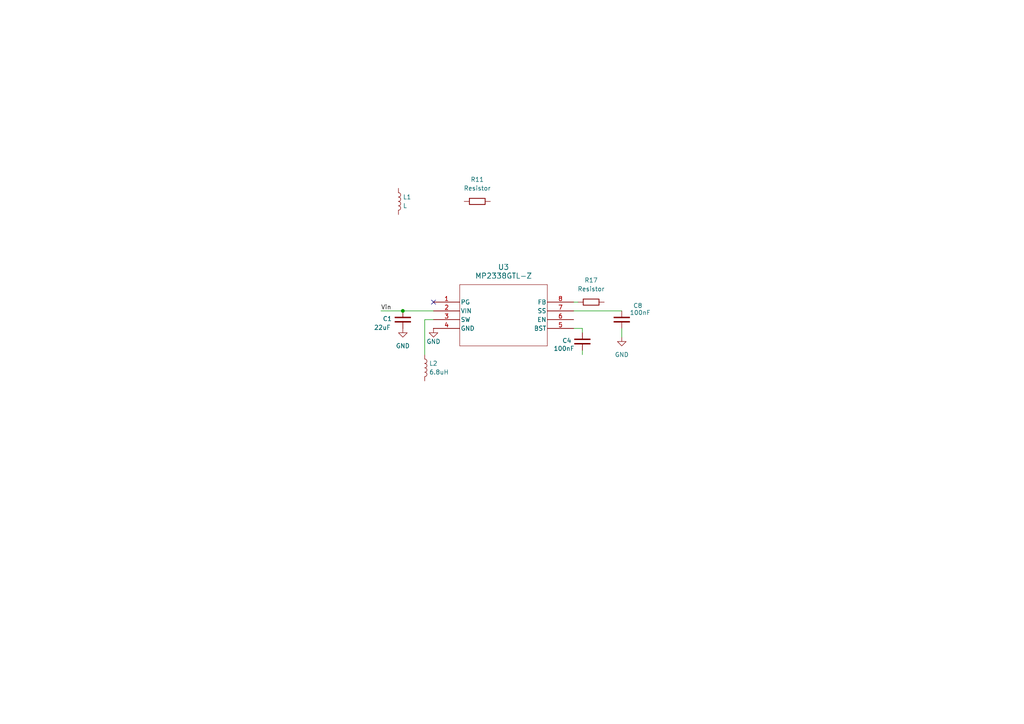
<source format=kicad_sch>
(kicad_sch (version 20250114) (generator "eeschema") (generator_version "9.0")
  (paper "A4")
  (lib_symbols
    (symbol "2025-12-01_12-32-31:MP2338GTL-Z" (pin_names (offset 0.254))
      (property "Reference" "U" (at 20.32 10.16 0))
      (property "Value" "MP2338GTL-Z" (at 20.32 7.62 0))
      (symbol "MP2338GTL-Z_0_1"
        (polyline (pts (xy 7.62 5.08) (xy 7.62 -12.7)) (stroke (width 0.127)))
        (polyline (pts (xy 7.62 -12.7) (xy 33.02 -12.7)) (stroke (width 0.127)))
        (polyline (pts (xy 33.02 5.08) (xy 7.62 5.08)) (stroke (width 0.127)))
        (polyline (pts (xy 33.02 -12.7) (xy 33.02 5.08)) (stroke (width 0.127)))
        (pin output line (at 0 0 0) (length 7.62) (name "PG") (number "1"))
        (pin power_in line (at 0 -2.54 0) (length 7.62) (name "VIN") (number "2"))
        (pin output line (at 0 -5.08 0) (length 7.62) (name "SW") (number "3"))
        (pin power_in line (at 0 -7.62 0) (length 7.62) (name "GND") (number "4"))
        (pin output line (at 40.64 0 180) (length 7.62) (name "FB") (number "8"))
        (pin unspecified line (at 40.64 -2.54 180) (length 7.62) (name "SS") (number "7"))
        (pin input line (at 40.64 -5.08 180) (length 7.62) (name "EN") (number "6"))
        (pin power_in line (at 40.64 -7.62 180) (length 7.62) (name "BST") (number "5"))
      )
    )
    (symbol "Device:L" (pin_numbers (hide yes)) (pin_names (offset 1.016) (hide yes))
      (property "Reference" "L" (at -1.27 0 90))
      (property "Value" "L" (at 1.905 0 90))
      (symbol "L_0_1"
        (arc (start 0 2.54) (mid 0.6323 1.905) (end 0 1.27))
        (arc (start 0 1.27) (mid 0.6323 0.635) (end 0 0))
        (arc (start 0 0) (mid 0.6323 -0.635) (end 0 -1.27))
        (arc (start 0 -1.27) (mid 0.6323 -1.905) (end 0 -2.54))
      )
      (symbol "L_1_1"
        (pin passive line (at 0 3.81 270) (length 1.27) (name "1") (number "1"))
        (pin passive line (at 0 -3.81 90) (length 1.27) (name "2") (number "2"))
      )
    )
    (symbol "PCM_SL_Devices:Capacitor_NP"
      (property "Reference" "C" (at 0 6.35 0))
      (property "Value" "Capacitor_NP" (at 0 3.81 0))
      (symbol "Capacitor_NP_0_1"
        (rectangle (start -0.762 2.286) (end -0.508 -2.286) (fill (type outline)))
        (rectangle (start 0.508 2.286) (end 0.762 -2.286) (fill (type outline)))
      )
      (symbol "Capacitor_NP_1_1"
        (pin passive line (at -2.54 0 0) (length 2) (name "~") (number "1"))
        (pin input line (at 2.54 0 180) (length 2) (name "~") (number "2"))
      )
    )
    (symbol "PCM_SL_Resistors:Resistor"
      (property "Reference" "R" (at 0 5.08 0))
      (property "Value" "Resistor" (at 0 2.54 0))
      (symbol "Resistor_0_1"
        (rectangle (start -2.286 0.889) (end 2.286 -0.889) (stroke (width 0.24)))
      )
      (symbol "Resistor_1_1"
        (pin passive line (at -3.81 0 0) (length 1.5) (name "") (number "1"))
        (pin passive line (at 3.81 0 180) (length 1.5) (name "~") (number "2"))
      )
    )
    (symbol "power:GND" (power) (pin_numbers (hide yes)) (pin_names (offset 0) (hide yes))
      (property "Value" "GND" (at 0 -3.81 0))
      (symbol "GND_0_1"
        (polyline (pts (xy 0 0) (xy 0 -1.27) (xy 1.27 -1.27) (xy 0 -2.54) (xy -1.27 -1.27) (xy 0 -1.27)))
      )
      (symbol "GND_1_1"
        (pin power_in line (at 0 0 270) (length 0) (name "~") (number "1"))
      )
    )
  )
  (junction (at 116.84 90.17))
  (no_connect (at 125.73 87.63))
  (wire (pts (xy 168.91 95.25) (xy 166.37 95.25)))
  (wire (pts (xy 180.34 97.79) (xy 180.34 95.25)))
  (wire (pts (xy 116.84 90.17) (xy 125.73 90.17)))
  (wire (pts (xy 166.37 90.17) (xy 180.34 90.17)))
  (wire (pts (xy 167.64 87.63) (xy 166.37 87.63)))
  (wire (pts (xy 125.73 92.71) (xy 123.19 92.71)))
  (wire (pts (xy 110.49 90.17) (xy 116.84 90.17)))
  (wire (pts (xy 168.91 101.6) (xy 168.91 102.87)))
  (wire (pts (xy 168.91 95.25) (xy 168.91 96.52)))
  (wire (pts (xy 123.19 92.71) (xy 123.19 102.87)))
  (label "Vin" (at 110.49 90.17 0))
  (symbol (lib_id "Device:L") (at 123.19 106.68 0) (unit 1)
    (property "Reference" "L2" (at 124.46 105.4099 0) (effects (justify left)))
    (property "Value" "6.8uH" (at 124.46 107.9499 0) (effects (justify left)))
    (property "Description" "Inductor" (effects (hide yes)))
  )
  (symbol (lib_id "power:GND") (at 125.73 95.25 0) (unit 1)
    (property "Reference" "#PWR027" (effects (hide yes)))
    (property "Value" "GND" (at 125.73 99.06 0))
    (property "Description" "Power symbol creates a global label with name \"GND\" , ground" (effects (hide yes)))
  )
  (symbol (lib_id "PCM_SL_Devices:Capacitor_NP") (at 116.84 92.71 270) (unit 1)
    (property "Reference" "C1" (at 110.998 92.456 90) (effects (justify left)))
    (property "Value" "22uF" (at 108.458 94.996 90) (effects (justify left)))
    (property "Footprint" "Capacitor_THT:C_Disc_D3.0mm_W2.0mm_P2.50mm" (effects (hide yes)))
    (property "Description" "Unpolarized Capacitor" (effects (hide yes)))
  )
  (symbol (lib_id "PCM_SL_Resistors:Resistor") (at 171.45 87.63 180) (unit 1)
    (property "Reference" "R17" (at 171.45 81.28 0))
    (property "Value" "Resistor" (at 171.45 83.82 0))
    (property "Footprint" "Resistor_THT:R_Axial_DIN0207_L6.3mm_D2.5mm_P10.16mm_Horizontal" (effects (hide yes)))
    (property "Description" "1/4W Resistor" (effects (hide yes)))
  )
  (symbol (lib_id "PCM_SL_Devices:Capacitor_NP") (at 168.91 99.06 270) (unit 1)
    (property "Reference" "C4" (at 163.068 98.806 90) (effects (justify left)))
    (property "Value" "100nF" (at 160.528 101.092 90) (effects (justify left)))
    (property "Footprint" "Capacitor_THT:C_Disc_D3.0mm_W2.0mm_P2.50mm" (effects (hide yes)))
    (property "Description" "Unpolarized Capacitor" (effects (hide yes)))
  )
  (symbol (lib_id "PCM_SL_Resistors:Resistor") (at 138.43 58.42 0) (unit 1)
    (property "Reference" "R11" (at 138.43 52.07 0))
    (property "Value" "Resistor" (at 138.43 54.61 0))
    (property "Footprint" "Resistor_THT:R_Axial_DIN0207_L6.3mm_D2.5mm_P10.16mm_Horizontal" (effects (hide yes)))
    (property "Description" "1/4W Resistor" (effects (hide yes)))
  )
  (symbol (lib_id "Device:L") (at 115.57 58.42 0) (unit 1)
    (property "Reference" "L1" (at 116.84 57.1499 0) (effects (justify left)))
    (property "Value" "L" (at 116.84 59.6899 0) (effects (justify left)))
    (property "Description" "Inductor" (effects (hide yes)))
  )
  (symbol (lib_id "PCM_SL_Devices:Capacitor_NP") (at 180.34 92.71 90) (unit 1)
    (property "Reference" "C8" (at 183.642 88.646 90) (effects (justify right)))
    (property "Value" "100nF" (at 182.626 90.678 90) (effects (justify right)))
    (property "Footprint" "Capacitor_THT:C_Disc_D3.0mm_W2.0mm_P2.50mm" (effects (hide yes)))
    (property "Description" "Unpolarized Capacitor" (effects (hide yes)))
  )
  (symbol (lib_id "2025-12-01_12-32-31:MP2338GTL-Z") (at 125.73 87.63 0) (unit 1)
    (property "Reference" "U3" (at 146.05 77.47 0) (effects (font (size 1.524 1.524))))
    (property "Value" "MP2338GTL-Z" (at 146.05 80.01 0) (effects (font (size 1.524 1.524))))
    (property "Footprint" "SOT583_MP2338_MNP" (effects (hide yes)))
    (property "Datasheet" "https://www.monolithicpower.com/en/documentview/productdocument/index/version/2/document_type/Datasheet/lang/en/sku/MP2338GTL" (effects (hide yes)))
  )
  (symbol (lib_id "power:GND") (at 180.34 97.79 0) (unit 1)
    (property "Reference" "#PWR022" (effects (hide yes)))
    (property "Value" "GND" (at 180.34 102.87 0))
    (property "Description" "Power symbol creates a global label with name \"GND\" , ground" (effects (hide yes)))
  )
  (symbol (lib_id "power:GND") (at 116.84 95.25 0) (unit 1)
    (property "Reference" "#PWR04" (effects (hide yes)))
    (property "Value" "GND" (at 116.84 100.33 0))
    (property "Description" "Power symbol creates a global label with name \"GND\" , ground" (effects (hide yes)))
  )
)
</source>
